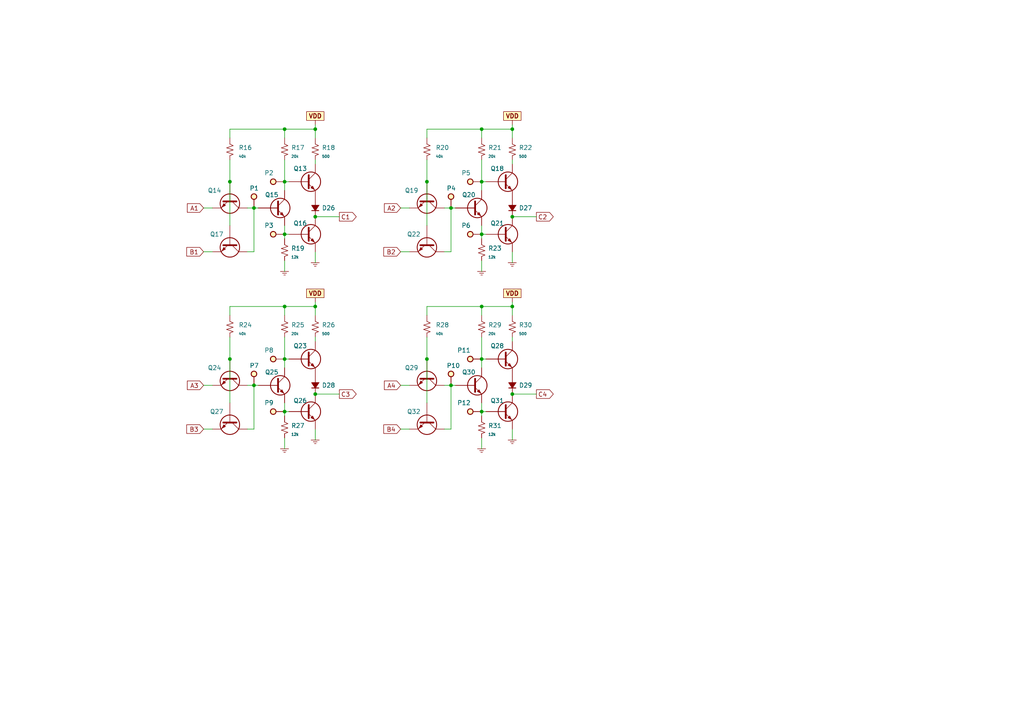
<source format=kicad_sch>
(kicad_sch (version 20211123) (generator eeschema)
  (paper "A4")
  (title_block (title "Placa didática Sistemas Digitais (7400 com transistores)"))
  (lib_symbols
    (symbol "BC847_1" (pin_numbers hide) (pin_names (offset 0) hide)
      (property "Reference" "Q" (at 5.08 1.905 0))
      (property "Value" "BC847_1" (at 5.08 0 0))
      (symbol "BC847_1_0_1"
        (polyline (pts (xy 0.635 0.635) (xy 2.54 2.54)))
        (polyline (pts (xy 0.635 -0.635) (xy 2.54 -2.54) (xy 2.54 -2.54)))
        (polyline (pts (xy 0.635 1.905) (xy 0.635 -1.905) (xy 0.635 -1.905)) (stroke (width 0.508)))
        (polyline (pts (xy 1.27 -1.778) (xy 1.778 -1.27) (xy 2.286 -2.286) (xy 1.27 -1.778) (xy 1.27 -1.778)) (fill (type outline)))
        (circle (center 1.27 0) (radius 2.8194) (stroke (width 0.254)))
      )
      (symbol "BC847_1_1_1"
        (pin input line (at -5.08 0 0) (length 5.715) (name "B") (number "1"))
        (pin passive line (at 2.54 -5.08 90) (length 2.54) (name "E") (number "2"))
        (pin passive line (at 2.54 5.08 270) (length 2.54) (name "C") (number "3"))
      )
    )
    (symbol "BC847_2" (pin_numbers hide) (pin_names (offset 0) hide)
      (property "Reference" "Q" (at 5.08 1.905 0))
      (property "Value" "BC847_2" (at 5.08 0 0))
      (symbol "BC847_2_0_1"
        (polyline (pts (xy 0.635 0.635) (xy 2.54 2.54)))
        (polyline (pts (xy 0.635 -0.635) (xy 2.54 -2.54) (xy 2.54 -2.54)))
        (polyline (pts (xy 0.635 1.905) (xy 0.635 -1.905) (xy 0.635 -1.905)) (stroke (width 0.508)))
        (polyline (pts (xy 1.27 -1.778) (xy 1.778 -1.27) (xy 2.286 -2.286) (xy 1.27 -1.778) (xy 1.27 -1.778)) (fill (type outline)))
        (circle (center 1.27 0) (radius 2.8194) (stroke (width 0.254)))
      )
      (symbol "BC847_2_1_1"
        (pin input line (at -5.08 0 0) (length 5.715) (name "B") (number "1"))
        (pin passive line (at 2.54 -5.08 90) (length 2.54) (name "E") (number "2"))
        (pin passive line (at 2.54 5.08 270) (length 2.54) (name "C") (number "3"))
      )
    )
    (symbol "BC847_3" (pin_numbers hide) (pin_names (offset 0) hide)
      (property "Reference" "Q" (at 5.08 1.905 0))
      (property "Value" "BC847_3" (at 5.08 0 0))
      (symbol "BC847_3_0_1"
        (polyline (pts (xy 0.635 0.635) (xy 2.54 2.54)))
        (polyline (pts (xy 0.635 -0.635) (xy 2.54 -2.54) (xy 2.54 -2.54)))
        (polyline (pts (xy 0.635 1.905) (xy 0.635 -1.905) (xy 0.635 -1.905)) (stroke (width 0.508)))
        (polyline (pts (xy 1.27 -1.778) (xy 1.778 -1.27) (xy 2.286 -2.286) (xy 1.27 -1.778) (xy 1.27 -1.778)) (fill (type outline)))
        (circle (center 1.27 0) (radius 2.8194) (stroke (width 0.254)))
      )
      (symbol "BC847_3_1_1"
        (pin input line (at -5.08 0 0) (length 5.715) (name "B") (number "1"))
        (pin passive line (at 2.54 -5.08 90) (length 2.54) (name "E") (number "2"))
        (pin passive line (at 2.54 5.08 270) (length 2.54) (name "C") (number "3"))
      )
    )
    (symbol "BC847_4" (pin_numbers hide) (pin_names (offset 0) hide)
      (property "Reference" "Q" (at 5.08 1.905 0))
      (property "Value" "BC847_4" (at 5.08 0 0))
      (symbol "BC847_4_0_1"
        (polyline (pts (xy 0.635 0.635) (xy 2.54 2.54)))
        (polyline (pts (xy 0.635 -0.635) (xy 2.54 -2.54) (xy 2.54 -2.54)))
        (polyline (pts (xy 0.635 1.905) (xy 0.635 -1.905) (xy 0.635 -1.905)) (stroke (width 0.508)))
        (polyline (pts (xy 1.27 -1.778) (xy 1.778 -1.27) (xy 2.286 -2.286) (xy 1.27 -1.778) (xy 1.27 -1.778)) (fill (type outline)))
        (circle (center 1.27 0) (radius 2.8194) (stroke (width 0.254)))
      )
      (symbol "BC847_4_1_1"
        (pin input line (at -5.08 0 0) (length 5.715) (name "B") (number "1"))
        (pin passive line (at 2.54 -5.08 90) (length 2.54) (name "E") (number "2"))
        (pin passive line (at 2.54 5.08 270) (length 2.54) (name "C") (number "3"))
      )
    )
    (symbol "Device:D_Small_Filled" (pin_numbers hide) (pin_names (offset 0.254) hide)
      (property "Reference" "D" (at -1.27 2.032 0))
      (property "Value" "D_Small_Filled" (at -3.81 -2.032 0))
      (symbol "D_Small_Filled_0_1"
        (polyline (pts (xy -0.762 -1.016) (xy -0.762 1.016)) (stroke (width 0.254)))
        (polyline (pts (xy -0.762 0) (xy 0.762 0)))
        (polyline (pts (xy 0.762 -1.016) (xy -0.762 0) (xy 0.762 1.016) (xy 0.762 -1.016)) (stroke (width 0.254)) (fill (type outline)))
      )
      (symbol "D_Small_Filled_1_1"
        (pin passive line (at -2.54 0 0) (length 1.778) (name "K") (number "1"))
        (pin passive line (at 2.54 0 180) (length 1.778) (name "A") (number "2"))
      )
    )
    (symbol "OPENMIND:GND2" (power) (pin_names (offset 0))
      (symbol "GND2_0_1"
        (polyline (pts (xy -1.2192 0) (xy 1.1684 0)))
        (polyline (pts (xy -0.6096 -0.508) (xy 0.5588 -0.508)))
        (polyline (pts (xy -0.254 -1.016) (xy 0.254 -1.016)))
      )
      (symbol "GND2_1_1"
        (pin power_in line (at 0 0 90) (length 0) hide (name "GND") (number "1"))
      )
    )
    (symbol "OPENMIND:RESS" (pin_numbers hide) (pin_names (offset 0) hide)
      (property "Reference" "R" (at -0.635 1.5748 0))
      (property "Value" "RESS" (at -0.762 -2.54 0))
      (symbol "RESS_1_0"
        (polyline (pts (xy -1.3208 0) (xy -0.9398 -0.9398)))
        (polyline (pts (xy -0.9398 -0.9398) (xy -0.3048 0.9398)))
        (polyline (pts (xy -0.3048 0.9398) (xy 0.3302 -0.9398)))
        (polyline (pts (xy 0.3302 -0.9398) (xy 0.9398 0.9398)))
        (polyline (pts (xy 0.9398 0.9398) (xy 1.5748 -0.9398)))
        (polyline (pts (xy 1.5748 -0.9398) (xy 2.032 0)))
      )
      (symbol "RESS_1_1"
        (pin passive line (at -2.54 0 0) (length 1.2192) (name "1") (number "1"))
        (pin passive line (at 3.81 0 180) (length 1.778) (name "2") (number "2"))
      )
    )
    (symbol "OPENMIND:VDD" (power) (pin_numbers hide) (pin_names (offset 0) hide)
      (symbol "VDD_0_0"
        (rectangle (start -2.54 3.81) (end 2.54 1.27) (fill (type background)))
        (text "VDD" (at 0 2.54 0) (effects (font (size 1.27 1.27) bold)))
        (pin power_in line (at 0 0 90) (length 0) hide (name "VDD") (number "1"))
      )
      (symbol "VDD_0_1"
        (polyline (pts (xy 0 1.27) (xy 0 0)))
      )
    )
    (symbol "Transistor_BJT:BC847" (pin_numbers hide) (pin_names (offset 0) hide)
      (property "Reference" "Q" (at 5.08 1.905 0))
      (property "Value" "BC847" (at 5.08 0 0))
      (symbol "BC847_0_1"
        (polyline (pts (xy 0.635 0.635) (xy 2.54 2.54)))
        (polyline (pts (xy 0.635 -0.635) (xy 2.54 -2.54) (xy 2.54 -2.54)))
        (polyline (pts (xy 0.635 1.905) (xy 0.635 -1.905) (xy 0.635 -1.905)) (stroke (width 0.508)))
        (polyline (pts (xy 1.27 -1.778) (xy 1.778 -1.27) (xy 2.286 -2.286) (xy 1.27 -1.778) (xy 1.27 -1.778)) (fill (type outline)))
        (circle (center 1.27 0) (radius 2.8194) (stroke (width 0.254)))
      )
      (symbol "BC847_1_1"
        (pin input line (at -5.08 0 0) (length 5.715) (name "B") (number "1"))
        (pin passive line (at 2.54 -5.08 90) (length 2.54) (name "E") (number "2"))
        (pin passive line (at 2.54 5.08 270) (length 2.54) (name "C") (number "3"))
      )
    )
    (symbol "mylib0:probe" (pin_numbers hide) (pin_names hide)
      (property "Reference" "P" (at 0 -1.27 0))
      (symbol "probe_0_1"
        (circle (center 0 3.302) (radius 0.8032) (stroke (width 0.3)) (fill (type background)))
      )
      (symbol "probe_1_1"
        (pin input line (at 0 0 90) (length 2.54) (name "0") (number "0"))
      )
    )
  )
  (junction (at 139.7 88.9))
  (junction (at 148.59 37.465))
  (junction (at 73.66 60.325))
  (junction (at 139.7 104.14))
  (junction (at 130.81 60.325))
  (junction (at 123.825 52.705))
  (junction (at 139.7 52.705))
  (junction (at 130.81 111.76))
  (junction (at 91.44 62.865))
  (junction (at 66.675 104.14))
  (junction (at 148.59 88.9))
  (junction (at 139.7 119.38))
  (junction (at 82.55 52.705))
  (junction (at 148.59 114.3))
  (junction (at 139.7 37.465))
  (junction (at 91.44 37.465))
  (junction (at 123.825 104.14))
  (junction (at 82.55 104.14))
  (junction (at 148.59 62.865))
  (junction (at 82.55 88.9))
  (junction (at 91.44 88.9))
  (junction (at 82.55 119.38))
  (junction (at 139.7 67.945))
  (junction (at 91.44 114.3))
  (junction (at 66.675 52.705))
  (junction (at 73.66 111.76))
  (junction (at 82.55 67.945))
  (junction (at 82.55 37.465))
  (wire (pts (xy 139.7 119.38) (xy 140.97 119.38)))
  (wire (pts (xy 66.675 46.355) (xy 66.675 52.705)))
  (wire (pts (xy 91.44 87.63) (xy 91.44 88.9)))
  (wire (pts (xy 82.55 67.945) (xy 82.55 69.215)))
  (wire (pts (xy 82.55 37.465) (xy 91.44 37.465)))
  (wire (pts (xy 91.44 88.9) (xy 91.44 91.44)))
  (wire (pts (xy 66.675 37.465) (xy 82.55 37.465)))
  (wire (pts (xy 73.66 124.46) (xy 73.66 111.76)))
  (wire (pts (xy 66.675 104.14) (xy 66.675 116.84)))
  (wire (pts (xy 130.81 60.325) (xy 132.08 60.325)))
  (wire (pts (xy 71.755 60.325) (xy 73.66 60.325)))
  (wire (pts (xy 82.55 88.9) (xy 91.44 88.9)))
  (wire (pts (xy 91.44 62.865) (xy 98.425 62.865)))
  (wire (pts (xy 139.7 67.945) (xy 140.97 67.945)))
  (wire (pts (xy 148.59 97.79) (xy 148.59 99.06)))
  (wire (pts (xy 91.44 36.195) (xy 91.44 37.465)))
  (wire (pts (xy 66.675 97.79) (xy 66.675 104.14)))
  (wire (pts (xy 82.55 116.84) (xy 82.55 119.38)))
  (wire (pts (xy 82.55 40.005) (xy 82.55 37.465)))
  (wire (pts (xy 148.59 87.63) (xy 148.59 88.9)))
  (wire (pts (xy 66.675 88.9) (xy 82.55 88.9)))
  (wire (pts (xy 139.7 91.44) (xy 139.7 88.9)))
  (wire (pts (xy 130.81 111.76) (xy 132.08 111.76)))
  (wire (pts (xy 66.675 91.44) (xy 66.675 88.9)))
  (wire (pts (xy 71.755 73.025) (xy 73.66 73.025)))
  (wire (pts (xy 139.7 37.465) (xy 148.59 37.465)))
  (wire (pts (xy 139.7 40.005) (xy 139.7 37.465)))
  (wire (pts (xy 82.55 106.68) (xy 82.55 104.14)))
  (wire (pts (xy 59.055 60.325) (xy 61.595 60.325)))
  (wire (pts (xy 139.7 106.68) (xy 139.7 104.14)))
  (wire (pts (xy 59.055 73.025) (xy 61.595 73.025)))
  (wire (pts (xy 123.825 52.705) (xy 123.825 65.405)))
  (wire (pts (xy 91.44 37.465) (xy 91.44 40.005)))
  (wire (pts (xy 148.59 114.3) (xy 155.575 114.3)))
  (wire (pts (xy 139.7 52.705) (xy 140.97 52.705)))
  (wire (pts (xy 71.755 124.46) (xy 73.66 124.46)))
  (wire (pts (xy 123.825 46.355) (xy 123.825 52.705)))
  (wire (pts (xy 148.59 37.465) (xy 148.59 40.005)))
  (wire (pts (xy 123.825 104.14) (xy 123.825 116.84)))
  (wire (pts (xy 59.055 111.76) (xy 61.595 111.76)))
  (wire (pts (xy 148.59 88.9) (xy 148.59 91.44)))
  (wire (pts (xy 91.44 114.3) (xy 98.425 114.3)))
  (wire (pts (xy 82.55 46.355) (xy 82.55 52.705)))
  (wire (pts (xy 82.55 97.79) (xy 82.55 104.14)))
  (wire (pts (xy 128.905 73.025) (xy 130.81 73.025)))
  (wire (pts (xy 139.7 104.14) (xy 140.97 104.14)))
  (wire (pts (xy 116.205 60.325) (xy 118.745 60.325)))
  (wire (pts (xy 148.59 73.025) (xy 148.59 76.2)))
  (wire (pts (xy 139.7 46.355) (xy 139.7 52.705)))
  (wire (pts (xy 66.675 40.005) (xy 66.675 37.465)))
  (wire (pts (xy 123.825 97.79) (xy 123.825 104.14)))
  (wire (pts (xy 139.7 75.565) (xy 139.7 78.74)))
  (wire (pts (xy 123.825 91.44) (xy 123.825 88.9)))
  (wire (pts (xy 148.59 124.46) (xy 148.59 127.635)))
  (wire (pts (xy 139.7 119.38) (xy 139.7 120.65)))
  (wire (pts (xy 128.905 111.76) (xy 130.81 111.76)))
  (wire (pts (xy 139.7 88.9) (xy 148.59 88.9)))
  (wire (pts (xy 82.55 119.38) (xy 82.55 120.65)))
  (wire (pts (xy 123.825 88.9) (xy 139.7 88.9)))
  (wire (pts (xy 91.44 73.025) (xy 91.44 76.2)))
  (wire (pts (xy 82.55 52.705) (xy 83.82 52.705)))
  (wire (pts (xy 148.59 62.865) (xy 155.575 62.865)))
  (wire (pts (xy 73.66 60.325) (xy 74.93 60.325)))
  (wire (pts (xy 82.55 65.405) (xy 82.55 67.945)))
  (wire (pts (xy 130.81 124.46) (xy 130.81 111.76)))
  (wire (pts (xy 82.55 91.44) (xy 82.55 88.9)))
  (wire (pts (xy 148.59 36.195) (xy 148.59 37.465)))
  (wire (pts (xy 139.7 97.79) (xy 139.7 104.14)))
  (wire (pts (xy 71.755 111.76) (xy 73.66 111.76)))
  (wire (pts (xy 66.675 52.705) (xy 66.675 65.405)))
  (wire (pts (xy 91.44 46.355) (xy 91.44 47.625)))
  (wire (pts (xy 73.66 111.76) (xy 74.93 111.76)))
  (wire (pts (xy 82.55 127) (xy 82.55 130.175)))
  (wire (pts (xy 130.81 73.025) (xy 130.81 60.325)))
  (wire (pts (xy 123.825 40.005) (xy 123.825 37.465)))
  (wire (pts (xy 139.7 116.84) (xy 139.7 119.38)))
  (wire (pts (xy 73.66 73.025) (xy 73.66 60.325)))
  (wire (pts (xy 139.7 65.405) (xy 139.7 67.945)))
  (wire (pts (xy 82.55 75.565) (xy 82.55 78.74)))
  (wire (pts (xy 91.44 97.79) (xy 91.44 99.06)))
  (wire (pts (xy 82.55 67.945) (xy 83.82 67.945)))
  (wire (pts (xy 128.905 60.325) (xy 130.81 60.325)))
  (wire (pts (xy 128.905 124.46) (xy 130.81 124.46)))
  (wire (pts (xy 82.55 104.14) (xy 83.82 104.14)))
  (wire (pts (xy 82.55 119.38) (xy 83.82 119.38)))
  (wire (pts (xy 116.205 111.76) (xy 118.745 111.76)))
  (wire (pts (xy 139.7 127) (xy 139.7 130.175)))
  (wire (pts (xy 82.55 55.245) (xy 82.55 52.705)))
  (wire (pts (xy 139.7 55.245) (xy 139.7 52.705)))
  (wire (pts (xy 116.205 124.46) (xy 118.745 124.46)))
  (wire (pts (xy 148.59 46.355) (xy 148.59 47.625)))
  (wire (pts (xy 139.7 67.945) (xy 139.7 69.215)))
  (wire (pts (xy 91.44 124.46) (xy 91.44 127.635)))
  (wire (pts (xy 116.205 73.025) (xy 118.745 73.025)))
  (wire (pts (xy 123.825 37.465) (xy 139.7 37.465)))
  (wire (pts (xy 59.055 124.46) (xy 61.595 124.46)))
  (global_label "B2" (shape input) (at 116.205 73.025 180) (property "Intersheet References" "${INTERSHEET_REFS}" (effects hide)))
  (global_label "B1" (shape input) (at 59.055 73.025 180) (property "Intersheet References" "${INTERSHEET_REFS}" (effects hide)))
  (global_label "C2" (shape output) (at 155.575 62.865 0) (property "Intersheet References" "${INTERSHEET_REFS}" (effects hide)))
  (global_label "A4" (shape input) (at 116.205 111.76 180) (property "Intersheet References" "${INTERSHEET_REFS}" (effects hide)))
  (global_label "B4" (shape input) (at 116.205 124.46 180) (property "Intersheet References" "${INTERSHEET_REFS}" (effects hide)))
  (global_label "A2" (shape input) (at 116.205 60.325 180) (property "Intersheet References" "${INTERSHEET_REFS}" (effects hide)))
  (global_label "A1" (shape input) (at 59.055 60.325 180) (property "Intersheet References" "${INTERSHEET_REFS}" (effects hide)))
  (global_label "C4" (shape output) (at 155.575 114.3 0) (property "Intersheet References" "${INTERSHEET_REFS}" (effects hide)))
  (global_label "A3" (shape input) (at 59.055 111.76 180) (property "Intersheet References" "${INTERSHEET_REFS}" (effects hide)))
  (global_label "B3" (shape input) (at 59.055 124.46 180) (property "Intersheet References" "${INTERSHEET_REFS}" (effects hide)))
  (global_label "C3" (shape output) (at 98.425 114.3 0) (property "Intersheet References" "${INTERSHEET_REFS}" (effects hide)))
  (global_label "C1" (shape output) (at 98.425 62.865 0) (property "Intersheet References" "${INTERSHEET_REFS}" (effects hide)))
  (symbol (lib_id "mylib0:probe") (at 82.55 119.38 90) (unit 1)
    (property "Reference" "P9" (at 79.375 116.84 90) (effects (justify left)))
    (property "Value" "probe" (effects hide))
    (property "Footprint" "mylib:probe" (effects hide))
  )
  (symbol (lib_id "Device:D_Small_Filled") (at 91.44 111.76 90) (unit 1)
    (property "Reference" "D28" (at 93.345 111.7599 90) (effects (justify right)))
    (property "Value" "D_Small_Filled" (effects hide))
    (property "Footprint" "Diode_SMD:D_SOD-123" (effects hide))
  )
  (symbol (lib_id "OPENMIND:RESS") (at 139.7 124.46 90) (unit 1)
    (property "Reference" "R31" (at 141.605 123.4693 90) (effects (justify right)))
    (property "Value" "12k" (at 141.605 126.0094 90) (effects (font (size 0.762 0.762)) (justify right)))
    (property "Footprint" "Diode_SMD:D_SMA" (effects hide))
  )
  (symbol (lib_id "Device:D_Small_Filled") (at 148.59 111.76 90) (unit 1)
    (property "Reference" "D29" (at 150.495 111.7599 90) (effects (justify right)))
    (property "Value" "D_Small_Filled" (effects hide))
    (property "Footprint" "Diode_SMD:D_SOD-123" (effects hide))
  )
  (symbol (lib_id "mylib0:probe") (at 73.66 60.325 0) (unit 1)
    (property "Reference" "P1" (at 72.39 54.61 0) (effects (justify left)))
    (property "Value" "probe" (effects hide))
    (property "Footprint" "mylib:probe" (effects hide))
  )
  (symbol (lib_name "BC847_4") (lib_id "Transistor_BJT:BC847") (at 146.05 119.38 0) (unit 1)
    (property "Reference" "Q31" (at 142.24 116.205 0) (effects (justify left)))
    (property "Value" "BC847" (effects hide))
    (property "Footprint" "Package_TO_SOT_SMD:SOT-23" (effects hide))
    (property "Datasheet" "http://www.infineon.com/dgdl/Infineon-BC847SERIES_BC848SERIES_BC849SERIES_BC850SERIES-DS-v01_01-en.pdf?fileId=db3a304314dca389011541d4630a1657" (effects hide))
  )
  (symbol (lib_id "mylib0:probe") (at 82.55 52.705 90) (unit 1)
    (property "Reference" "P2" (at 79.375 50.165 90) (effects (justify left)))
    (property "Value" "probe" (effects hide))
    (property "Footprint" "mylib:probe" (effects hide))
  )
  (symbol (lib_name "BC847_3") (lib_id "Transistor_BJT:BC847") (at 80.01 111.76 0) (unit 1)
    (property "Reference" "Q25" (at 76.835 107.95 0) (effects (justify left)))
    (property "Value" "BC847" (effects hide))
    (property "Footprint" "Package_TO_SOT_SMD:SOT-23" (effects hide))
    (property "Datasheet" "http://www.infineon.com/dgdl/Infineon-BC847SERIES_BC848SERIES_BC849SERIES_BC850SERIES-DS-v01_01-en.pdf?fileId=db3a304314dca389011541d4630a1657" (effects hide))
  )
  (symbol (lib_id "Device:D_Small_Filled") (at 148.59 60.325 90) (unit 1)
    (property "Reference" "D27" (at 150.495 60.3249 90) (effects (justify right)))
    (property "Value" "D_Small_Filled" (effects hide))
    (property "Footprint" "Diode_SMD:D_SOD-123" (effects hide))
  )
  (symbol (lib_id "OPENMIND:RESS") (at 82.55 95.25 90) (unit 1)
    (property "Reference" "R25" (at 84.455 94.2593 90) (effects (justify right)))
    (property "Value" "20k" (at 84.455 96.7994 90) (effects (font (size 0.762 0.762)) (justify right)))
    (property "Footprint" "Resistor_SMD:R_0805_2012Metric" (effects hide))
  )
  (symbol (lib_name "BC847_2") (lib_id "Transistor_BJT:BC847") (at 123.825 121.92 270) (unit 1)
    (property "Reference" "Q32" (at 120.015 119.38 90))
    (property "Value" "BC847" (effects hide))
    (property "Footprint" "Package_TO_SOT_SMD:SOT-23" (effects hide))
    (property "Datasheet" "http://www.infineon.com/dgdl/Infineon-BC847SERIES_BC848SERIES_BC849SERIES_BC850SERIES-DS-v01_01-en.pdf?fileId=db3a304314dca389011541d4630a1657" (effects hide))
  )
  (symbol (lib_id "OPENMIND:RESS") (at 139.7 95.25 90) (unit 1)
    (property "Reference" "R29" (at 141.605 94.2593 90) (effects (justify right)))
    (property "Value" "20k" (at 141.605 96.7994 90) (effects (font (size 0.762 0.762)) (justify right)))
    (property "Footprint" "Resistor_SMD:R_0805_2012Metric" (effects hide))
  )
  (symbol (lib_id "mylib0:probe") (at 130.81 111.76 0) (unit 1)
    (property "Reference" "P10" (at 129.54 106.045 0) (effects (justify left)))
    (property "Value" "probe" (effects hide))
    (property "Footprint" "mylib:probe" (effects hide))
  )
  (symbol (lib_name "BC847_4") (lib_id "Transistor_BJT:BC847") (at 146.05 67.945 0) (unit 1)
    (property "Reference" "Q21" (at 142.24 64.77 0) (effects (justify left)))
    (property "Value" "BC847" (effects hide))
    (property "Footprint" "Package_TO_SOT_SMD:SOT-23" (effects hide))
    (property "Datasheet" "http://www.infineon.com/dgdl/Infineon-BC847SERIES_BC848SERIES_BC849SERIES_BC850SERIES-DS-v01_01-en.pdf?fileId=db3a304314dca389011541d4630a1657" (effects hide))
  )
  (symbol (lib_id "Transistor_BJT:BC847") (at 88.9 52.705 0) (unit 1)
    (property "Reference" "Q13" (at 85.09 48.895 0) (effects (justify left)))
    (property "Value" "BC847" (effects hide))
    (property "Footprint" "Package_TO_SOT_SMD:SOT-23" (effects hide))
    (property "Datasheet" "http://www.infineon.com/dgdl/Infineon-BC847SERIES_BC848SERIES_BC849SERIES_BC850SERIES-DS-v01_01-en.pdf?fileId=db3a304314dca389011541d4630a1657" (effects hide))
  )
  (symbol (lib_name "BC847_2") (lib_id "Transistor_BJT:BC847") (at 123.825 70.485 270) (unit 1)
    (property "Reference" "Q22" (at 120.015 67.945 90))
    (property "Value" "BC847" (effects hide))
    (property "Footprint" "Package_TO_SOT_SMD:SOT-23" (effects hide))
    (property "Datasheet" "http://www.infineon.com/dgdl/Infineon-BC847SERIES_BC848SERIES_BC849SERIES_BC850SERIES-DS-v01_01-en.pdf?fileId=db3a304314dca389011541d4630a1657" (effects hide))
  )
  (symbol (lib_id "OPENMIND:RESS") (at 139.7 73.025 90) (unit 1)
    (property "Reference" "R23" (at 141.605 72.0343 90) (effects (justify right)))
    (property "Value" "12k" (at 141.605 74.5744 90) (effects (font (size 0.762 0.762)) (justify right)))
    (property "Footprint" "Resistor_SMD:R_0805_2012Metric" (effects hide))
  )
  (symbol (lib_id "OPENMIND:VDD") (at 148.59 87.63 0) (unit 1)
    (property "Reference" "#PWR060" (effects hide))
    (property "Value" "VDD" (effects hide))
  )
  (symbol (lib_id "OPENMIND:RESS") (at 66.675 95.25 90) (unit 1)
    (property "Reference" "R24" (at 69.215 94.2593 90) (effects (justify right)))
    (property "Value" "40k" (at 69.215 96.7994 90) (effects (font (size 0.762 0.762)) (justify right)))
    (property "Footprint" "Resistor_SMD:R_0805_2012Metric" (effects hide))
  )
  (symbol (lib_id "mylib0:probe") (at 130.81 60.325 0) (unit 1)
    (property "Reference" "P4" (at 129.54 54.61 0) (effects (justify left)))
    (property "Value" "probe" (effects hide))
    (property "Footprint" "mylib:probe" (effects hide))
  )
  (symbol (lib_id "OPENMIND:VDD") (at 91.44 87.63 0) (unit 1)
    (property "Reference" "#PWR057" (effects hide))
    (property "Value" "VDD" (effects hide))
  )
  (symbol (lib_id "mylib0:probe") (at 139.7 119.38 90) (unit 1)
    (property "Reference" "P12" (at 136.525 116.84 90) (effects (justify left)))
    (property "Value" "probe" (effects hide))
    (property "Footprint" "mylib:probe" (effects hide))
  )
  (symbol (lib_id "OPENMIND:RESS") (at 148.59 43.815 90) (unit 1)
    (property "Reference" "R22" (at 150.495 42.8243 90) (effects (justify right)))
    (property "Value" "500" (at 150.495 45.3644 90) (effects (font (size 0.762 0.762)) (justify right)))
    (property "Footprint" "Resistor_SMD:R_0805_2012Metric" (effects hide))
  )
  (symbol (lib_name "BC847_3") (lib_id "Transistor_BJT:BC847") (at 80.01 60.325 0) (unit 1)
    (property "Reference" "Q15" (at 76.835 56.515 0) (effects (justify left)))
    (property "Value" "BC847" (effects hide))
    (property "Footprint" "Package_TO_SOT_SMD:SOT-23" (effects hide))
    (property "Datasheet" "http://www.infineon.com/dgdl/Infineon-BC847SERIES_BC848SERIES_BC849SERIES_BC850SERIES-DS-v01_01-en.pdf?fileId=db3a304314dca389011541d4630a1657" (effects hide))
  )
  (symbol (lib_id "OPENMIND:RESS") (at 123.825 43.815 90) (unit 1)
    (property "Reference" "R20" (at 126.365 42.8243 90) (effects (justify right)))
    (property "Value" "40k" (at 126.365 45.3644 90) (effects (font (size 0.762 0.762)) (justify right)))
    (property "Footprint" "Resistor_SMD:R_0805_2012Metric" (effects hide))
  )
  (symbol (lib_id "OPENMIND:RESS") (at 91.44 95.25 90) (unit 1)
    (property "Reference" "R26" (at 93.345 94.2593 90) (effects (justify right)))
    (property "Value" "500" (at 93.345 96.7994 90) (effects (font (size 0.762 0.762)) (justify right)))
    (property "Footprint" "Resistor_SMD:R_0805_2012Metric" (effects hide))
  )
  (symbol (lib_name "BC847_4") (lib_id "Transistor_BJT:BC847") (at 88.9 119.38 0) (unit 1)
    (property "Reference" "Q26" (at 85.09 116.205 0) (effects (justify left)))
    (property "Value" "BC847" (effects hide))
    (property "Footprint" "Package_TO_SOT_SMD:SOT-23" (effects hide))
    (property "Datasheet" "http://www.infineon.com/dgdl/Infineon-BC847SERIES_BC848SERIES_BC849SERIES_BC850SERIES-DS-v01_01-en.pdf?fileId=db3a304314dca389011541d4630a1657" (effects hide))
  )
  (symbol (lib_id "OPENMIND:RESS") (at 66.675 43.815 90) (unit 1)
    (property "Reference" "R16" (at 69.215 42.8243 90) (effects (justify right)))
    (property "Value" "40k" (at 69.215 45.3644 90) (effects (font (size 0.762 0.762)) (justify right)))
    (property "Footprint" "Resistor_SMD:R_0805_2012Metric" (effects hide))
  )
  (symbol (lib_id "OPENMIND:GND2") (at 82.55 78.74 0) (unit 1)
    (property "Reference" "#PWR053" (effects hide))
    (property "Value" "GND2" (effects hide))
  )
  (symbol (lib_id "Transistor_BJT:BC847") (at 88.9 104.14 0) (unit 1)
    (property "Reference" "Q23" (at 85.09 100.33 0) (effects (justify left)))
    (property "Value" "BC847" (effects hide))
    (property "Footprint" "Package_TO_SOT_SMD:SOT-23" (effects hide))
    (property "Datasheet" "http://www.infineon.com/dgdl/Infineon-BC847SERIES_BC848SERIES_BC849SERIES_BC850SERIES-DS-v01_01-en.pdf?fileId=db3a304314dca389011541d4630a1657" (effects hide))
  )
  (symbol (lib_name "BC847_1") (lib_id "Transistor_BJT:BC847") (at 123.825 57.785 270) (unit 1)
    (property "Reference" "Q19" (at 119.38 55.245 90))
    (property "Value" "BC847" (effects hide))
    (property "Footprint" "Package_TO_SOT_SMD:SOT-23" (effects hide))
    (property "Datasheet" "http://www.infineon.com/dgdl/Infineon-BC847SERIES_BC848SERIES_BC849SERIES_BC850SERIES-DS-v01_01-en.pdf?fileId=db3a304314dca389011541d4630a1657" (effects hide))
  )
  (symbol (lib_name "BC847_1") (lib_id "Transistor_BJT:BC847") (at 123.825 109.22 270) (unit 1)
    (property "Reference" "Q29" (at 119.38 106.68 90))
    (property "Value" "BC847" (effects hide))
    (property "Footprint" "Package_TO_SOT_SMD:SOT-23" (effects hide))
    (property "Datasheet" "http://www.infineon.com/dgdl/Infineon-BC847SERIES_BC848SERIES_BC849SERIES_BC850SERIES-DS-v01_01-en.pdf?fileId=db3a304314dca389011541d4630a1657" (effects hide))
  )
  (symbol (lib_name "BC847_1") (lib_id "Transistor_BJT:BC847") (at 66.675 57.785 270) (unit 1)
    (property "Reference" "Q14" (at 62.23 55.245 90))
    (property "Value" "BC847" (effects hide))
    (property "Footprint" "Package_TO_SOT_SMD:SOT-23" (effects hide))
    (property "Datasheet" "http://www.infineon.com/dgdl/Infineon-BC847SERIES_BC848SERIES_BC849SERIES_BC850SERIES-DS-v01_01-en.pdf?fileId=db3a304314dca389011541d4630a1657" (effects hide))
  )
  (symbol (lib_id "OPENMIND:RESS") (at 91.44 43.815 90) (unit 1)
    (property "Reference" "R18" (at 93.345 42.8243 90) (effects (justify right)))
    (property "Value" "500" (at 93.345 45.3644 90) (effects (font (size 0.762 0.762)) (justify right)))
    (property "Footprint" "Resistor_SMD:R_0805_2012Metric" (effects hide))
  )
  (symbol (lib_id "OPENMIND:GND2") (at 148.59 127.635 0) (unit 1)
    (property "Reference" "#PWR061" (effects hide))
    (property "Value" "GND2" (effects hide))
  )
  (symbol (lib_id "OPENMIND:RESS") (at 139.7 43.815 90) (unit 1)
    (property "Reference" "R21" (at 141.605 42.8243 90) (effects (justify right)))
    (property "Value" "20k" (at 141.605 45.3644 90) (effects (font (size 0.762 0.762)) (justify right)))
    (property "Footprint" "Resistor_SMD:R_0805_2012Metric" (effects hide))
  )
  (symbol (lib_id "OPENMIND:GND2") (at 139.7 130.175 0) (unit 1)
    (property "Reference" "#PWR062" (effects hide))
    (property "Value" "GND2" (effects hide))
  )
  (symbol (lib_id "mylib0:probe") (at 82.55 67.945 90) (unit 1)
    (property "Reference" "P3" (at 79.375 65.405 90) (effects (justify left)))
    (property "Value" "probe" (effects hide))
    (property "Footprint" "mylib:probe" (effects hide))
  )
  (symbol (lib_id "OPENMIND:GND2") (at 91.44 76.2 0) (unit 1)
    (property "Reference" "#PWR052" (effects hide))
    (property "Value" "GND2" (effects hide))
  )
  (symbol (lib_id "OPENMIND:RESS") (at 123.825 95.25 90) (unit 1)
    (property "Reference" "R28" (at 126.365 94.2593 90) (effects (justify right)))
    (property "Value" "40k" (at 126.365 96.7994 90) (effects (font (size 0.762 0.762)) (justify right)))
    (property "Footprint" "Resistor_SMD:R_0805_2012Metric" (effects hide))
  )
  (symbol (lib_id "Transistor_BJT:BC847") (at 146.05 104.14 0) (unit 1)
    (property "Reference" "Q28" (at 142.24 100.33 0) (effects (justify left)))
    (property "Value" "BC847" (effects hide))
    (property "Footprint" "Package_TO_SOT_SMD:SOT-23" (effects hide))
    (property "Datasheet" "http://www.infineon.com/dgdl/Infineon-BC847SERIES_BC848SERIES_BC849SERIES_BC850SERIES-DS-v01_01-en.pdf?fileId=db3a304314dca389011541d4630a1657" (effects hide))
  )
  (symbol (lib_id "mylib0:probe") (at 82.55 104.14 90) (unit 1)
    (property "Reference" "P8" (at 79.375 101.6 90) (effects (justify left)))
    (property "Value" "probe" (effects hide))
    (property "Footprint" "mylib:probe" (effects hide))
  )
  (symbol (lib_id "OPENMIND:GND2") (at 91.44 127.635 0) (unit 1)
    (property "Reference" "#PWR058" (effects hide))
    (property "Value" "GND2" (effects hide))
  )
  (symbol (lib_id "mylib0:probe") (at 139.7 104.14 90) (unit 1)
    (property "Reference" "P11" (at 136.525 101.6 90) (effects (justify left)))
    (property "Value" "probe" (effects hide))
    (property "Footprint" "mylib:probe" (effects hide))
  )
  (symbol (lib_name "BC847_2") (lib_id "Transistor_BJT:BC847") (at 66.675 121.92 270) (unit 1)
    (property "Reference" "Q27" (at 62.865 119.38 90))
    (property "Value" "BC847" (effects hide))
    (property "Footprint" "Package_TO_SOT_SMD:SOT-23" (effects hide))
    (property "Datasheet" "http://www.infineon.com/dgdl/Infineon-BC847SERIES_BC848SERIES_BC849SERIES_BC850SERIES-DS-v01_01-en.pdf?fileId=db3a304314dca389011541d4630a1657" (effects hide))
  )
  (symbol (lib_id "mylib0:probe") (at 139.7 67.945 90) (unit 1)
    (property "Reference" "P6" (at 136.525 65.405 90) (effects (justify left)))
    (property "Value" "probe" (effects hide))
    (property "Footprint" "mylib:probe" (effects hide))
  )
  (symbol (lib_id "OPENMIND:RESS") (at 148.59 95.25 90) (unit 1)
    (property "Reference" "R30" (at 150.495 94.2593 90) (effects (justify right)))
    (property "Value" "500" (at 150.495 96.7994 90) (effects (font (size 0.762 0.762)) (justify right)))
    (property "Footprint" "Resistor_SMD:R_0805_2012Metric" (effects hide))
  )
  (symbol (lib_name "BC847_3") (lib_id "Transistor_BJT:BC847") (at 137.16 111.76 0) (unit 1)
    (property "Reference" "Q30" (at 133.985 107.95 0) (effects (justify left)))
    (property "Value" "BC847" (effects hide))
    (property "Footprint" "Package_TO_SOT_SMD:SOT-23" (effects hide))
    (property "Datasheet" "http://www.infineon.com/dgdl/Infineon-BC847SERIES_BC848SERIES_BC849SERIES_BC850SERIES-DS-v01_01-en.pdf?fileId=db3a304314dca389011541d4630a1657" (effects hide))
  )
  (symbol (lib_id "mylib0:probe") (at 139.7 52.705 90) (unit 1)
    (property "Reference" "P5" (at 136.525 50.165 90) (effects (justify left)))
    (property "Value" "probe" (effects hide))
    (property "Footprint" "mylib:probe" (effects hide))
  )
  (symbol (lib_id "OPENMIND:GND2") (at 139.7 78.74 0) (unit 1)
    (property "Reference" "#PWR056" (effects hide))
    (property "Value" "GND2" (effects hide))
  )
  (symbol (lib_id "mylib0:probe") (at 73.66 111.76 0) (unit 1)
    (property "Reference" "P7" (at 72.39 106.045 0) (effects (justify left)))
    (property "Value" "probe" (effects hide))
    (property "Footprint" "mylib:probe" (effects hide))
  )
  (symbol (lib_id "OPENMIND:VDD") (at 91.44 36.195 0) (unit 1)
    (property "Reference" "#PWR051" (effects hide))
    (property "Value" "VDD" (effects hide))
  )
  (symbol (lib_id "OPENMIND:GND2") (at 148.59 76.2 0) (unit 1)
    (property "Reference" "#PWR055" (effects hide))
    (property "Value" "GND2" (effects hide))
  )
  (symbol (lib_name "BC847_4") (lib_id "Transistor_BJT:BC847") (at 88.9 67.945 0) (unit 1)
    (property "Reference" "Q16" (at 85.09 64.77 0) (effects (justify left)))
    (property "Value" "BC847" (effects hide))
    (property "Footprint" "Package_TO_SOT_SMD:SOT-23" (effects hide))
    (property "Datasheet" "http://www.infineon.com/dgdl/Infineon-BC847SERIES_BC848SERIES_BC849SERIES_BC850SERIES-DS-v01_01-en.pdf?fileId=db3a304314dca389011541d4630a1657" (effects hide))
  )
  (symbol (lib_id "OPENMIND:RESS") (at 82.55 73.025 90) (unit 1)
    (property "Reference" "R19" (at 84.455 72.0343 90) (effects (justify right)))
    (property "Value" "12k" (at 84.455 74.5744 90) (effects (font (size 0.762 0.762)) (justify right)))
    (property "Footprint" "Resistor_SMD:R_0805_2012Metric" (effects hide))
  )
  (symbol (lib_id "OPENMIND:GND2") (at 82.55 130.175 0) (unit 1)
    (property "Reference" "#PWR059" (effects hide))
    (property "Value" "GND2" (effects hide))
  )
  (symbol (lib_id "OPENMIND:VDD") (at 148.59 36.195 0) (unit 1)
    (property "Reference" "#PWR054" (effects hide))
    (property "Value" "VDD" (effects hide))
  )
  (symbol (lib_id "OPENMIND:RESS") (at 82.55 43.815 90) (unit 1)
    (property "Reference" "R17" (at 84.455 42.8243 90) (effects (justify right)))
    (property "Value" "20k" (at 84.455 45.3644 90) (effects (font (size 0.762 0.762)) (justify right)))
    (property "Footprint" "Resistor_SMD:R_0805_2012Metric" (effects hide))
  )
  (symbol (lib_id "Device:D_Small_Filled") (at 91.44 60.325 90) (unit 1)
    (property "Reference" "D26" (at 93.345 60.3249 90) (effects (justify right)))
    (property "Value" "D_Small_Filled" (effects hide))
    (property "Footprint" "Diode_SMD:D_SOD-123" (effects hide))
  )
  (symbol (lib_id "OPENMIND:RESS") (at 82.55 124.46 90) (unit 1)
    (property "Reference" "R27" (at 84.455 123.4693 90) (effects (justify right)))
    (property "Value" "12k" (at 84.455 126.0094 90) (effects (font (size 0.762 0.762)) (justify right)))
    (property "Footprint" "Resistor_SMD:R_0805_2012Metric" (effects hide))
  )
  (symbol (lib_id "Transistor_BJT:BC847") (at 146.05 52.705 0) (unit 1)
    (property "Reference" "Q18" (at 142.24 48.895 0) (effects (justify left)))
    (property "Value" "BC847" (effects hide))
    (property "Footprint" "Package_TO_SOT_SMD:SOT-23" (effects hide))
    (property "Datasheet" "http://www.infineon.com/dgdl/Infineon-BC847SERIES_BC848SERIES_BC849SERIES_BC850SERIES-DS-v01_01-en.pdf?fileId=db3a304314dca389011541d4630a1657" (effects hide))
  )
  (symbol (lib_name "BC847_2") (lib_id "Transistor_BJT:BC847") (at 66.675 70.485 270) (unit 1)
    (property "Reference" "Q17" (at 62.865 67.945 90))
    (property "Value" "BC847" (effects hide))
    (property "Footprint" "Package_TO_SOT_SMD:SOT-23" (effects hide))
    (property "Datasheet" "http://www.infineon.com/dgdl/Infineon-BC847SERIES_BC848SERIES_BC849SERIES_BC850SERIES-DS-v01_01-en.pdf?fileId=db3a304314dca389011541d4630a1657" (effects hide))
  )
  (symbol (lib_name "BC847_3") (lib_id "Transistor_BJT:BC847") (at 137.16 60.325 0) (unit 1)
    (property "Reference" "Q20" (at 133.985 56.515 0) (effects (justify left)))
    (property "Value" "BC847" (effects hide))
    (property "Footprint" "Package_TO_SOT_SMD:SOT-23" (effects hide))
    (property "Datasheet" "http://www.infineon.com/dgdl/Infineon-BC847SERIES_BC848SERIES_BC849SERIES_BC850SERIES-DS-v01_01-en.pdf?fileId=db3a304314dca389011541d4630a1657" (effects hide))
  )
  (symbol (lib_name "BC847_1") (lib_id "Transistor_BJT:BC847") (at 66.675 109.22 270) (unit 1)
    (property "Reference" "Q24" (at 62.23 106.68 90))
    (property "Value" "BC847" (effects hide))
    (property "Footprint" "Package_TO_SOT_SMD:SOT-23" (effects hide))
    (property "Datasheet" "http://www.infineon.com/dgdl/Infineon-BC847SERIES_BC848SERIES_BC849SERIES_BC850SERIES-DS-v01_01-en.pdf?fileId=db3a304314dca389011541d4630a1657" (effects hide))
  )
  (sheet (at 20.955 223.52) (size 78.74 15.24) (stroke (width 0.1524))
    (property "Sheet name" "Pag2" (at 20.955 222.8084 0) (effects (justify left bottom)))
    (property "Sheet file" "pag2.kicad_sch" (at 20.955 239.3446 0) (effects (justify left top)))
  )
)
</source>
